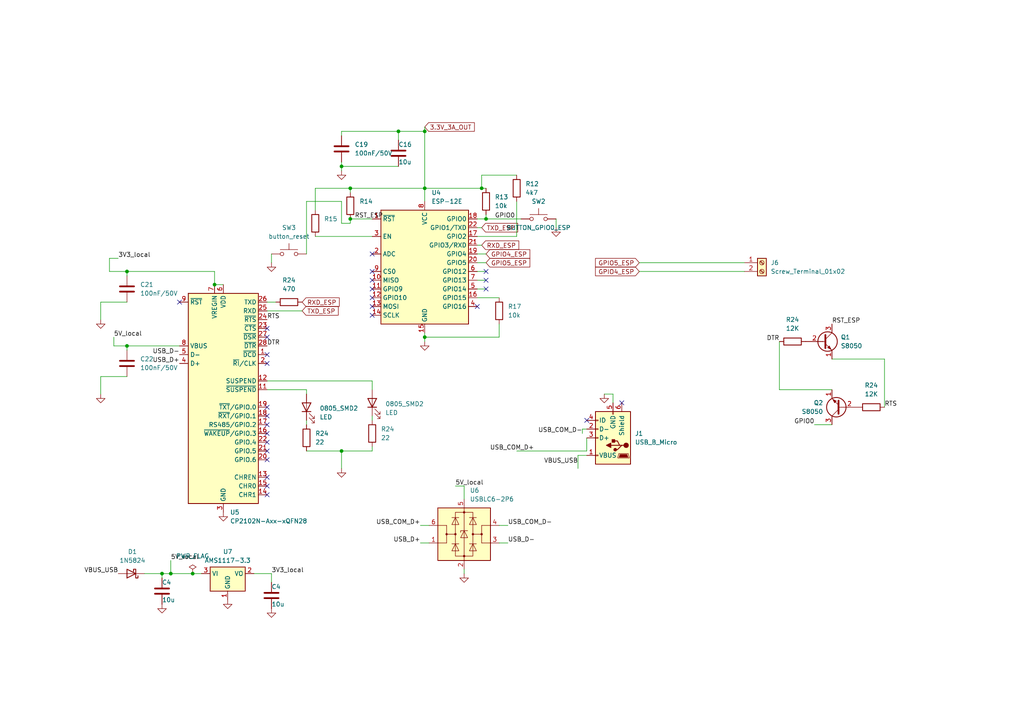
<source format=kicad_sch>
(kicad_sch (version 20230121) (generator eeschema)
  (paper "A4")
  (lib_symbols
    (symbol "Connector:Screw_Terminal_01x02" (pin_names (offset 1.016) hide)
      (property "Reference" "J" (at 0 2.54 0))
      (property "Value" "Screw_Terminal_01x02" (at 0 -5.08 0))
      (symbol "Screw_Terminal_01x02_1_1"
        (rectangle (start -1.27 1.27) (end 1.27 -3.81) (stroke (width 0.254)) (fill (type background)))
        (circle (center 0 -2.54) (radius 0.635) (stroke (width 0.1524)))
        (polyline (pts (xy -0.5334 -2.2098) (xy 0.3302 -3.048)) (stroke (width 0.1524)))
        (polyline (pts (xy -0.5334 0.3302) (xy 0.3302 -0.508)) (stroke (width 0.1524)))
        (polyline (pts (xy -0.3556 -2.032) (xy 0.508 -2.8702)) (stroke (width 0.1524)))
        (polyline (pts (xy -0.3556 0.508) (xy 0.508 -0.3302)) (stroke (width 0.1524)))
        (circle (center 0 0) (radius 0.635) (stroke (width 0.1524)))
        (pin passive line (at -5.08 0 0) (length 3.81) (name "Pin_1") (number "1"))
        (pin passive line (at -5.08 -2.54 0) (length 3.81) (name "Pin_2") (number "2"))
      )
    )
    (symbol "Connector:USB_B_Micro" (pin_names (offset 1.016))
      (property "Reference" "J" (at -5.08 11.43 0))
      (property "Value" "USB_B_Micro" (at -5.08 8.89 0))
      (symbol "USB_B_Micro_0_1"
        (rectangle (start -5.08 -7.62) (end 5.08 7.62) (stroke (width 0.254)) (fill (type background)))
        (circle (center -3.81 2.159) (radius 0.635) (stroke (width 0.254)) (fill (type outline)))
        (circle (center -0.635 3.429) (radius 0.381) (stroke (width 0.254)) (fill (type outline)))
        (rectangle (start -0.127 -7.62) (end 0.127 -6.858))
        (polyline (pts (xy -1.905 2.159) (xy 0.635 2.159)) (stroke (width 0.254)))
        (polyline (pts (xy -3.175 2.159) (xy -2.54 2.159) (xy -1.27 3.429) (xy -0.635 3.429)) (stroke (width 0.254)))
        (polyline (pts (xy -2.54 2.159) (xy -1.905 2.159) (xy -1.27 0.889) (xy 0 0.889)) (stroke (width 0.254)))
        (polyline (pts (xy 0.635 2.794) (xy 0.635 1.524) (xy 1.905 2.159) (xy 0.635 2.794)) (stroke (width 0.254)) (fill (type outline)))
        (polyline (pts (xy -4.318 5.588) (xy -1.778 5.588) (xy -2.032 4.826) (xy -4.064 4.826) (xy -4.318 5.588)) (fill (type outline)))
        (polyline (pts (xy -4.699 5.842) (xy -4.699 5.588) (xy -4.445 4.826) (xy -4.445 4.572) (xy -1.651 4.572) (xy -1.651 4.826) (xy -1.397 5.588) (xy -1.397 5.842) (xy -4.699 5.842)))
        (rectangle (start 0.254 1.27) (end -0.508 0.508) (stroke (width 0.254)) (fill (type outline)))
        (rectangle (start 5.08 -5.207) (end 4.318 -4.953))
        (rectangle (start 5.08 -2.667) (end 4.318 -2.413))
        (rectangle (start 5.08 -0.127) (end 4.318 0.127))
        (rectangle (start 5.08 4.953) (end 4.318 5.207))
      )
      (symbol "USB_B_Micro_1_1"
        (pin power_out line (at 7.62 5.08 180) (length 2.54) (name "VBUS") (number "1"))
        (pin bidirectional line (at 7.62 -2.54 180) (length 2.54) (name "D-") (number "2"))
        (pin bidirectional line (at 7.62 0 180) (length 2.54) (name "D+") (number "3"))
        (pin passive line (at 7.62 -5.08 180) (length 2.54) (name "ID") (number "4"))
        (pin power_out line (at 0 -10.16 90) (length 2.54) (name "GND") (number "5"))
        (pin passive line (at -2.54 -10.16 90) (length 2.54) (name "Shield") (number "6"))
      )
    )
    (symbol "Device:C" (pin_numbers hide) (pin_names (offset 0.254))
      (property "Reference" "C" (at 0.635 2.54 0))
      (property "Value" "C" (at 0.635 -2.54 0))
      (symbol "C_0_1"
        (polyline (pts (xy -2.032 -0.762) (xy 2.032 -0.762)) (stroke (width 0.508)))
        (polyline (pts (xy -2.032 0.762) (xy 2.032 0.762)) (stroke (width 0.508)))
      )
      (symbol "C_1_1"
        (pin passive line (at 0 3.81 270) (length 2.794) (name "~") (number "1"))
        (pin passive line (at 0 -3.81 90) (length 2.794) (name "~") (number "2"))
      )
    )
    (symbol "Device:LED" (pin_numbers hide) (pin_names (offset 1.016) hide)
      (property "Reference" "D" (at 0 2.54 0))
      (property "Value" "LED" (at 0 -2.54 0))
      (symbol "LED_0_1"
        (polyline (pts (xy -1.27 -1.27) (xy -1.27 1.27)) (stroke (width 0.254)))
        (polyline (pts (xy -1.27 0) (xy 1.27 0)))
        (polyline (pts (xy 1.27 -1.27) (xy 1.27 1.27) (xy -1.27 0) (xy 1.27 -1.27)) (stroke (width 0.254)))
        (polyline (pts (xy -3.048 -0.762) (xy -4.572 -2.286) (xy -3.81 -2.286) (xy -4.572 -2.286) (xy -4.572 -1.524)))
        (polyline (pts (xy -1.778 -0.762) (xy -3.302 -2.286) (xy -2.54 -2.286) (xy -3.302 -2.286) (xy -3.302 -1.524)))
      )
      (symbol "LED_1_1"
        (pin passive line (at -3.81 0 0) (length 2.54) (name "K") (number "1"))
        (pin passive line (at 3.81 0 180) (length 2.54) (name "A") (number "2"))
      )
    )
    (symbol "Device:R" (pin_numbers hide) (pin_names (offset 0))
      (property "Reference" "R" (at 2.032 0 90))
      (property "Value" "R" (at 0 0 90))
      (symbol "R_0_1"
        (rectangle (start -1.016 -2.54) (end 1.016 2.54) (stroke (width 0.254)))
      )
      (symbol "R_1_1"
        (pin passive line (at 0 3.81 270) (length 1.27) (name "~") (number "1"))
        (pin passive line (at 0 -3.81 90) (length 1.27) (name "~") (number "2"))
      )
    )
    (symbol "Diode:1N5822" (pin_numbers hide) (pin_names (offset 1.016) hide)
      (property "Reference" "D" (at 0 2.54 0))
      (property "Value" "1N5822" (at 0 -2.54 0))
      (symbol "1N5822_0_1"
        (polyline (pts (xy 1.27 0) (xy -1.27 0)))
        (polyline (pts (xy 1.27 1.27) (xy 1.27 -1.27) (xy -1.27 0) (xy 1.27 1.27)) (stroke (width 0.254)))
        (polyline (pts (xy -1.905 0.635) (xy -1.905 1.27) (xy -1.27 1.27) (xy -1.27 -1.27) (xy -0.635 -1.27) (xy -0.635 -0.635)) (stroke (width 0.254)))
      )
      (symbol "1N5822_1_1"
        (pin passive line (at -3.81 0 0) (length 2.54) (name "K") (number "1"))
        (pin passive line (at 3.81 0 180) (length 2.54) (name "A") (number "2"))
      )
    )
    (symbol "Interface_USB:CP2102N-Axx-xQFN28"
      (property "Reference" "U" (at -8.89 31.75 0))
      (property "Value" "CP2102N-Axx-xQFN28" (at 12.7 31.75 0))
      (symbol "CP2102N-Axx-xQFN28_0_1"
        (rectangle (start -10.16 30.48) (end 10.16 -30.48) (stroke (width 0.254)) (fill (type background)))
      )
      (symbol "CP2102N-Axx-xQFN28_1_1"
        (pin input line (at 12.7 12.7 180) (length 2.54) (name "~{DCD}") (number "1"))
        (pin no_connect line (at -10.16 -27.94 0) (length 2.54) hide (name "NC") (number "10"))
        (pin output line (at 12.7 2.54 180) (length 2.54) (name "~{SUSPEND}") (number "11"))
        (pin output line (at 12.7 5.08 180) (length 2.54) (name "SUSPEND") (number "12"))
        (pin output line (at 12.7 -22.86 180) (length 2.54) (name "CHREN") (number "13"))
        (pin output line (at 12.7 -27.94 180) (length 2.54) (name "CHR1") (number "14"))
        (pin output line (at 12.7 -25.4 180) (length 2.54) (name "CHR0") (number "15"))
        (pin bidirectional line (at 12.7 -10.16 180) (length 2.54) (name "~{WAKEUP}/GPIO.3") (number "16"))
        (pin bidirectional line (at 12.7 -7.62 180) (length 2.54) (name "RS485/GPIO.2") (number "17"))
        (pin bidirectional line (at 12.7 -5.08 180) (length 2.54) (name "~{RXT}/GPIO.1") (number "18"))
        (pin bidirectional line (at 12.7 -2.54 180) (length 2.54) (name "~{TXT}/GPIO.0") (number "19"))
        (pin bidirectional line (at 12.7 10.16 180) (length 2.54) (name "~{RI}/CLK") (number "2"))
        (pin bidirectional line (at 12.7 -17.78 180) (length 2.54) (name "GPIO.6") (number "20"))
        (pin bidirectional line (at 12.7 -15.24 180) (length 2.54) (name "GPIO.5") (number "21"))
        (pin bidirectional line (at 12.7 -12.7 180) (length 2.54) (name "GPIO.4") (number "22"))
        (pin input line (at 12.7 20.32 180) (length 2.54) (name "~{CTS}") (number "23"))
        (pin output line (at 12.7 22.86 180) (length 2.54) (name "~{RTS}") (number "24"))
        (pin input line (at 12.7 25.4 180) (length 2.54) (name "RXD") (number "25"))
        (pin output line (at 12.7 27.94 180) (length 2.54) (name "TXD") (number "26"))
        (pin input line (at 12.7 17.78 180) (length 2.54) (name "~{DSR}") (number "27"))
        (pin output line (at 12.7 15.24 180) (length 2.54) (name "~{DTR}") (number "28"))
        (pin passive line (at 0 -33.02 90) (length 2.54) hide (name "GND") (number "29"))
        (pin power_in line (at 0 -33.02 90) (length 2.54) (name "GND") (number "3"))
        (pin bidirectional line (at -12.7 10.16 0) (length 2.54) (name "D+") (number "4"))
        (pin bidirectional line (at -12.7 12.7 0) (length 2.54) (name "D-") (number "5"))
        (pin power_in line (at 0 33.02 270) (length 2.54) (name "VDD") (number "6"))
        (pin power_in line (at -2.54 33.02 270) (length 2.54) (name "VREGIN") (number "7"))
        (pin input line (at -12.7 15.24 0) (length 2.54) (name "VBUS") (number "8"))
        (pin input line (at -12.7 27.94 0) (length 2.54) (name "~{RST}") (number "9"))
      )
    )
    (symbol "Power_Protection:USBLC6-2P6" (pin_names hide)
      (property "Reference" "U" (at 2.54 8.89 0))
      (property "Value" "USBLC6-2P6" (at 2.54 -8.89 0))
      (symbol "USBLC6-2P6_0_1"
        (rectangle (start -7.62 -7.62) (end 7.62 7.62) (stroke (width 0.254)) (fill (type background)))
        (circle (center -5.08 0) (radius 0.254) (fill (type outline)))
        (circle (center -2.54 0) (radius 0.254) (fill (type outline)))
        (rectangle (start -2.54 6.35) (end 2.54 -6.35))
        (circle (center 0 -6.35) (radius 0.254) (fill (type outline)))
        (polyline (pts (xy -5.08 -2.54) (xy -7.62 -2.54)))
        (polyline (pts (xy -5.08 0) (xy -5.08 -2.54)))
        (polyline (pts (xy -5.08 2.54) (xy -7.62 2.54)))
        (polyline (pts (xy -1.524 -2.794) (xy -3.556 -2.794)))
        (polyline (pts (xy -1.524 4.826) (xy -3.556 4.826)))
        (polyline (pts (xy 0 -7.62) (xy 0 -6.35)))
        (polyline (pts (xy 0 -6.35) (xy 0 1.27)))
        (polyline (pts (xy 0 1.27) (xy 0 6.35)))
        (polyline (pts (xy 0 6.35) (xy 0 7.62)))
        (polyline (pts (xy 1.524 -2.794) (xy 3.556 -2.794)))
        (polyline (pts (xy 1.524 4.826) (xy 3.556 4.826)))
        (polyline (pts (xy 5.08 -2.54) (xy 7.62 -2.54)))
        (polyline (pts (xy 5.08 0) (xy 5.08 -2.54)))
        (polyline (pts (xy 5.08 2.54) (xy 7.62 2.54)))
        (polyline (pts (xy -2.54 0) (xy -5.08 0) (xy -5.08 2.54)))
        (polyline (pts (xy 2.54 0) (xy 5.08 0) (xy 5.08 2.54)))
        (polyline (pts (xy -3.556 -4.826) (xy -1.524 -4.826) (xy -2.54 -2.794) (xy -3.556 -4.826)))
        (polyline (pts (xy -3.556 2.794) (xy -1.524 2.794) (xy -2.54 4.826) (xy -3.556 2.794)))
        (polyline (pts (xy -1.016 -1.016) (xy 1.016 -1.016) (xy 0 1.016) (xy -1.016 -1.016)))
        (polyline (pts (xy 1.016 1.016) (xy 0.762 1.016) (xy -1.016 1.016) (xy -1.016 0.508)))
        (polyline (pts (xy 3.556 -4.826) (xy 1.524 -4.826) (xy 2.54 -2.794) (xy 3.556 -4.826)))
        (polyline (pts (xy 3.556 2.794) (xy 1.524 2.794) (xy 2.54 4.826) (xy 3.556 2.794)))
        (circle (center 0 6.35) (radius 0.254) (fill (type outline)))
        (circle (center 2.54 0) (radius 0.254) (fill (type outline)))
        (circle (center 5.08 0) (radius 0.254) (fill (type outline)))
      )
      (symbol "USBLC6-2P6_1_1"
        (pin passive line (at -10.16 -2.54 0) (length 2.54) (name "I/O1") (number "1"))
        (pin passive line (at 0 -10.16 90) (length 2.54) (name "GND") (number "2"))
        (pin passive line (at 10.16 -2.54 180) (length 2.54) (name "I/O2") (number "3"))
        (pin passive line (at 10.16 2.54 180) (length 2.54) (name "I/O2") (number "4"))
        (pin passive line (at 0 10.16 270) (length 2.54) (name "VBUS") (number "5"))
        (pin passive line (at -10.16 2.54 0) (length 2.54) (name "I/O1") (number "6"))
      )
    )
    (symbol "RF_Module:ESP-12F"
      (property "Reference" "U" (at -12.7 19.05 0))
      (property "Value" "ESP-12F" (at 12.7 19.05 0))
      (symbol "ESP-12F_0_1"
        (rectangle (start -12.7 17.78) (end 12.7 -15.24) (stroke (width 0.254)) (fill (type background)))
      )
      (symbol "ESP-12F_1_1"
        (pin input line (at -15.24 15.24 0) (length 2.54) (name "~{RST}") (number "1"))
        (pin bidirectional line (at -15.24 -2.54 0) (length 2.54) (name "MISO") (number "10"))
        (pin bidirectional line (at -15.24 -5.08 0) (length 2.54) (name "GPIO9") (number "11"))
        (pin bidirectional line (at -15.24 -7.62 0) (length 2.54) (name "GPIO10") (number "12"))
        (pin bidirectional line (at -15.24 -10.16 0) (length 2.54) (name "MOSI") (number "13"))
        (pin bidirectional line (at -15.24 -12.7 0) (length 2.54) (name "SCLK") (number "14"))
        (pin power_in line (at 0 -17.78 90) (length 2.54) (name "GND") (number "15"))
        (pin bidirectional line (at 15.24 -7.62 180) (length 2.54) (name "GPIO15") (number "16"))
        (pin bidirectional line (at 15.24 10.16 180) (length 2.54) (name "GPIO2") (number "17"))
        (pin bidirectional line (at 15.24 15.24 180) (length 2.54) (name "GPIO0") (number "18"))
        (pin bidirectional line (at 15.24 5.08 180) (length 2.54) (name "GPIO4") (number "19"))
        (pin input line (at -15.24 5.08 0) (length 2.54) (name "ADC") (number "2"))
        (pin bidirectional line (at 15.24 2.54 180) (length 2.54) (name "GPIO5") (number "20"))
        (pin bidirectional line (at 15.24 7.62 180) (length 2.54) (name "GPIO3/RXD") (number "21"))
        (pin bidirectional line (at 15.24 12.7 180) (length 2.54) (name "GPIO1/TXD") (number "22"))
        (pin input line (at -15.24 10.16 0) (length 2.54) (name "EN") (number "3"))
        (pin bidirectional line (at 15.24 -10.16 180) (length 2.54) (name "GPIO16") (number "4"))
        (pin bidirectional line (at 15.24 -5.08 180) (length 2.54) (name "GPIO14") (number "5"))
        (pin bidirectional line (at 15.24 0 180) (length 2.54) (name "GPIO12") (number "6"))
        (pin bidirectional line (at 15.24 -2.54 180) (length 2.54) (name "GPIO13") (number "7"))
        (pin power_in line (at 0 20.32 270) (length 2.54) (name "VCC") (number "8"))
        (pin input line (at -15.24 0 0) (length 2.54) (name "CS0") (number "9"))
      )
    )
    (symbol "Regulator_Linear:AMS1117-3.3"
      (property "Reference" "U" (at -3.81 3.175 0))
      (property "Value" "AMS1117-3.3" (at 0 3.175 0))
      (symbol "AMS1117-3.3_0_1"
        (rectangle (start -5.08 -5.08) (end 5.08 1.905) (stroke (width 0.254)) (fill (type background)))
      )
      (symbol "AMS1117-3.3_1_1"
        (pin power_in line (at 0 -7.62 90) (length 2.54) (name "GND") (number "1"))
        (pin power_out line (at 7.62 0 180) (length 2.54) (name "VO") (number "2"))
        (pin power_in line (at -7.62 0 0) (length 2.54) (name "VI") (number "3"))
      )
    )
    (symbol "Switch:SW_Push" (pin_numbers hide) (pin_names (offset 1.016) hide)
      (property "Reference" "SW" (at 1.27 2.54 0))
      (property "Value" "SW_Push" (at 0 -1.524 0))
      (symbol "SW_Push_0_1"
        (circle (center -2.032 0) (radius 0.508))
        (polyline (pts (xy 0 1.27) (xy 0 3.048)))
        (polyline (pts (xy 2.54 1.27) (xy -2.54 1.27)))
        (circle (center 2.032 0) (radius 0.508))
        (pin passive line (at -5.08 0 0) (length 2.54) (name "1") (number "1"))
        (pin passive line (at 5.08 0 180) (length 2.54) (name "2") (number "2"))
      )
    )
    (symbol "Transistor_BJT:S8050" (pin_names (offset 0) hide)
      (property "Reference" "Q" (at 5.08 1.905 0))
      (property "Value" "S8050" (at 5.08 0 0))
      (symbol "S8050_0_1"
        (polyline (pts (xy 0 0) (xy 0.635 0)))
        (polyline (pts (xy 0.635 0.635) (xy 2.54 2.54)))
        (polyline (pts (xy 0.635 -0.635) (xy 2.54 -2.54) (xy 2.54 -2.54)))
        (polyline (pts (xy 0.635 1.905) (xy 0.635 -1.905) (xy 0.635 -1.905)) (stroke (width 0.508)))
        (polyline (pts (xy 1.27 -1.778) (xy 1.778 -1.27) (xy 2.286 -2.286) (xy 1.27 -1.778) (xy 1.27 -1.778)) (fill (type outline)))
        (circle (center 1.27 0) (radius 2.8194) (stroke (width 0.254)))
      )
      (symbol "S8050_1_1"
        (pin passive line (at 2.54 -5.08 90) (length 2.54) (name "E") (number "1"))
        (pin input line (at -5.08 0 0) (length 5.08) (name "B") (number "2"))
        (pin passive line (at 2.54 5.08 270) (length 2.54) (name "C") (number "3"))
      )
    )
    (symbol "power:GND" (power) (pin_names (offset 0))
      (property "Value" "GND" (at 0 -3.81 0))
      (symbol "GND_0_1"
        (polyline (pts (xy 0 0) (xy 0 -1.27) (xy 1.27 -1.27) (xy 0 -2.54) (xy -1.27 -1.27) (xy 0 -1.27)))
      )
      (symbol "GND_1_1"
        (pin power_in line (at 0 0 270) (length 0) hide (name "GND") (number "1"))
      )
    )
    (symbol "power:PWR_FLAG" (power) (pin_numbers hide) (pin_names (offset 0) hide)
      (property "Value" "PWR_FLAG" (at 0 3.81 0))
      (symbol "PWR_FLAG_0_0"
        (pin power_out line (at 0 0 90) (length 0) (name "pwr") (number "1"))
      )
      (symbol "PWR_FLAG_0_1"
        (polyline (pts (xy 0 0) (xy 0 1.27) (xy -1.016 1.905) (xy 0 2.54) (xy 1.016 1.905) (xy 0 1.27)))
      )
    )
  )
  (junction (at 101.6 63.5))
  (junction (at 115.57 38.1))
  (junction (at 123.19 97.79))
  (junction (at 123.19 38.1))
  (junction (at 46.99 166.37))
  (junction (at 99.06 48.26))
  (junction (at 140.97 63.5))
  (junction (at 101.6 54.61))
  (junction (at 36.83 100.33))
  (junction (at 55.88 166.37))
  (junction (at 139.7 54.61))
  (junction (at 62.23 82.55))
  (junction (at 99.06 130.81))
  (junction (at 36.83 78.74))
  (junction (at 123.19 54.61))
  (junction (at 49.53 166.37))
  (no_connect (at 77.47 97.79))
  (no_connect (at 77.47 95.25))
  (no_connect (at 107.95 91.44))
  (no_connect (at 140.97 81.28))
  (no_connect (at 107.95 81.28))
  (no_connect (at 52.07 87.63))
  (no_connect (at 77.47 128.27))
  (no_connect (at 107.95 86.36))
  (no_connect (at 77.47 105.41))
  (no_connect (at 77.47 138.43))
  (no_connect (at 77.47 120.65))
  (no_connect (at 107.95 78.74))
  (no_connect (at 77.47 123.19))
  (no_connect (at 170.18 121.92))
  (no_connect (at 77.47 118.11))
  (no_connect (at 77.47 143.51))
  (no_connect (at 107.95 88.9))
  (no_connect (at 107.95 73.66))
  (no_connect (at 140.97 83.82))
  (no_connect (at 77.47 140.97))
  (no_connect (at 77.47 125.73))
  (no_connect (at 140.97 78.74))
  (no_connect (at 138.43 88.9))
  (no_connect (at 180.34 116.84))
  (no_connect (at 77.47 130.81))
  (no_connect (at 107.95 83.82))
  (no_connect (at 77.47 102.87))
  (no_connect (at 77.47 133.35))
  (wire (pts (xy 123.19 36.83) (xy 123.19 38.1)))
  (wire (pts (xy 170.18 130.81) (xy 170.18 127)))
  (wire (pts (xy 140.97 63.5) (xy 140.97 62.23)))
  (wire (pts (xy 123.19 54.61) (xy 123.19 58.42)))
  (wire (pts (xy 138.43 83.82) (xy 140.97 83.82)))
  (wire (pts (xy 123.19 97.79) (xy 123.19 99.06)))
  (wire (pts (xy 62.23 82.55) (xy 64.77 82.55)))
  (wire (pts (xy 99.06 130.81) (xy 107.95 130.81)))
  (wire (pts (xy 138.43 63.5) (xy 140.97 63.5)))
  (wire (pts (xy 138.43 71.12) (xy 139.7 71.12)))
  (wire (pts (xy 99.06 48.26) (xy 99.06 49.53)))
  (wire (pts (xy 161.29 63.5) (xy 161.29 66.04)))
  (wire (pts (xy 167.64 132.08) (xy 170.18 132.08)))
  (wire (pts (xy 91.44 68.58) (xy 107.95 68.58)))
  (wire (pts (xy 29.21 87.63) (xy 36.83 87.63)))
  (wire (pts (xy 185.42 78.74) (xy 215.9 78.74)))
  (wire (pts (xy 123.19 96.52) (xy 123.19 97.79)))
  (wire (pts (xy 107.95 110.49) (xy 107.95 113.03)))
  (wire (pts (xy 149.86 130.81) (xy 170.18 130.81)))
  (wire (pts (xy 55.88 166.37) (xy 58.42 166.37)))
  (wire (pts (xy 121.92 157.48) (xy 124.46 157.48)))
  (wire (pts (xy 49.53 162.56) (xy 49.53 166.37)))
  (wire (pts (xy 88.9 113.03) (xy 77.47 113.03)))
  (wire (pts (xy 138.43 78.74) (xy 140.97 78.74)))
  (wire (pts (xy 134.62 140.97) (xy 134.62 144.78)))
  (wire (pts (xy 241.3 104.14) (xy 256.54 104.14)))
  (wire (pts (xy 91.44 60.96) (xy 91.44 54.61)))
  (wire (pts (xy 107.95 110.49) (xy 77.47 110.49)))
  (wire (pts (xy 138.43 68.58) (xy 149.86 68.58)))
  (wire (pts (xy 139.7 54.61) (xy 123.19 54.61)))
  (wire (pts (xy 132.08 140.97) (xy 134.62 140.97)))
  (wire (pts (xy 34.29 74.93) (xy 31.75 74.93)))
  (wire (pts (xy 101.6 54.61) (xy 123.19 54.61)))
  (wire (pts (xy 88.9 114.3) (xy 88.9 113.03)))
  (wire (pts (xy 41.91 166.37) (xy 46.99 166.37)))
  (wire (pts (xy 31.75 74.93) (xy 31.75 78.74)))
  (wire (pts (xy 168.91 124.46) (xy 170.18 124.46)))
  (wire (pts (xy 115.57 38.1) (xy 123.19 38.1)))
  (wire (pts (xy 140.97 54.61) (xy 139.7 54.61)))
  (wire (pts (xy 115.57 38.1) (xy 115.57 40.64)))
  (wire (pts (xy 101.6 64.77) (xy 99.06 64.77)))
  (wire (pts (xy 88.9 58.42) (xy 88.9 73.66)))
  (wire (pts (xy 134.62 165.1) (xy 134.62 166.37)))
  (wire (pts (xy 123.19 38.1) (xy 123.19 54.61)))
  (wire (pts (xy 107.95 130.81) (xy 107.95 129.54)))
  (wire (pts (xy 177.8 114.3) (xy 175.26 114.3)))
  (wire (pts (xy 256.54 104.14) (xy 256.54 118.11)))
  (wire (pts (xy 62.23 78.74) (xy 62.23 82.55)))
  (wire (pts (xy 138.43 86.36) (xy 144.78 86.36)))
  (wire (pts (xy 99.06 135.89) (xy 99.06 130.81)))
  (wire (pts (xy 140.97 63.5) (xy 151.13 63.5)))
  (wire (pts (xy 241.3 113.03) (xy 226.06 113.03)))
  (wire (pts (xy 101.6 63.5) (xy 101.6 64.77)))
  (wire (pts (xy 149.86 50.8) (xy 139.7 50.8)))
  (wire (pts (xy 101.6 63.5) (xy 107.95 63.5)))
  (wire (pts (xy 138.43 76.2) (xy 140.97 76.2)))
  (wire (pts (xy 29.21 92.71) (xy 29.21 87.63)))
  (wire (pts (xy 36.83 100.33) (xy 52.07 100.33)))
  (wire (pts (xy 144.78 97.79) (xy 123.19 97.79)))
  (wire (pts (xy 226.06 113.03) (xy 226.06 99.06)))
  (wire (pts (xy 29.21 114.3) (xy 29.21 109.22)))
  (wire (pts (xy 33.02 100.33) (xy 36.83 100.33)))
  (wire (pts (xy 99.06 38.1) (xy 115.57 38.1)))
  (wire (pts (xy 177.8 116.84) (xy 177.8 114.3)))
  (wire (pts (xy 144.78 152.4) (xy 147.32 152.4)))
  (wire (pts (xy 101.6 55.88) (xy 101.6 54.61)))
  (wire (pts (xy 168.91 125.73) (xy 168.91 124.46)))
  (wire (pts (xy 99.06 46.99) (xy 99.06 48.26)))
  (wire (pts (xy 88.9 121.92) (xy 88.9 123.19)))
  (wire (pts (xy 78.74 166.37) (xy 78.74 168.91)))
  (wire (pts (xy 33.02 97.79) (xy 33.02 100.33)))
  (wire (pts (xy 78.74 73.66) (xy 78.74 76.2)))
  (wire (pts (xy 144.78 93.98) (xy 144.78 97.79)))
  (wire (pts (xy 91.44 54.61) (xy 101.6 54.61)))
  (wire (pts (xy 121.92 152.4) (xy 124.46 152.4)))
  (wire (pts (xy 36.83 78.74) (xy 62.23 78.74)))
  (wire (pts (xy 46.99 166.37) (xy 46.99 167.64)))
  (wire (pts (xy 107.95 120.65) (xy 107.95 121.92)))
  (wire (pts (xy 99.06 39.37) (xy 99.06 38.1)))
  (wire (pts (xy 49.53 166.37) (xy 55.88 166.37)))
  (wire (pts (xy 139.7 50.8) (xy 139.7 54.61)))
  (wire (pts (xy 77.47 87.63) (xy 80.01 87.63)))
  (wire (pts (xy 138.43 81.28) (xy 140.97 81.28)))
  (wire (pts (xy 99.06 64.77) (xy 99.06 58.42)))
  (wire (pts (xy 138.43 73.66) (xy 140.97 73.66)))
  (wire (pts (xy 31.75 78.74) (xy 36.83 78.74)))
  (wire (pts (xy 236.22 123.19) (xy 241.3 123.19)))
  (wire (pts (xy 49.53 166.37) (xy 46.99 166.37)))
  (wire (pts (xy 77.47 90.17) (xy 87.63 90.17)))
  (wire (pts (xy 99.06 58.42) (xy 88.9 58.42)))
  (wire (pts (xy 144.78 157.48) (xy 147.32 157.48)))
  (wire (pts (xy 73.66 166.37) (xy 78.74 166.37)))
  (wire (pts (xy 149.86 68.58) (xy 149.86 58.42)))
  (wire (pts (xy 99.06 48.26) (xy 115.57 48.26)))
  (wire (pts (xy 138.43 66.04) (xy 139.7 66.04)))
  (wire (pts (xy 88.9 130.81) (xy 99.06 130.81)))
  (wire (pts (xy 36.83 100.33) (xy 36.83 101.6)))
  (wire (pts (xy 167.64 132.08) (xy 167.64 135.89)))
  (wire (pts (xy 36.83 78.74) (xy 36.83 80.01)))
  (wire (pts (xy 185.42 76.2) (xy 215.9 76.2)))
  (wire (pts (xy 29.21 109.22) (xy 36.83 109.22)))
  (label "5V_local" (at 33.02 97.79 0))
  (label "DTR" (at 226.06 99.06 180))
  (label "VBUS_USB" (at 34.29 166.37 180))
  (label "USB_D-" (at 147.32 157.48 0))
  (label "USB_D-" (at 52.07 102.87 180))
  (label "USB_D+" (at 52.07 105.41 180))
  (label "5V_local" (at 132.08 140.97 0))
  (label "GPIO0" (at 236.22 123.19 180))
  (label "5V_local" (at 49.53 162.56 0))
  (label "DTR" (at 77.47 100.33 0))
  (label "USB_COM_D+" (at 154.94 130.81 180))
  (label "RST_ESP" (at 241.3 93.98 0))
  (label "3V3_local" (at 78.74 166.37 0))
  (label "USB_COM_D-" (at 168.91 125.73 180))
  (label "VBUS_USB" (at 167.64 134.62 180))
  (label "RTS" (at 256.54 118.11 0))
  (label "RTS" (at 77.47 92.71 0))
  (label "USB_D+" (at 121.92 157.48 180))
  (label "3V3_local" (at 34.29 74.93 0))
  (label "USB_COM_D-" (at 147.32 152.4 0))
  (label "RST_ESP" (at 102.87 63.5 0))
  (label "GPIO0" (at 143.51 63.5 0))
  (label "USB_COM_D+" (at 121.92 152.4 180))
  (global_label "RXD_ESP" (shape input) (at 139.7 71.12 0) (property "Intersheetrefs" "${INTERSHEET_REFS}" (effects hide)))
  (global_label "GPIO4_ESP" (shape input) (at 140.97 73.66 0) (property "Intersheetrefs" "${INTERSHEET_REFS}" (effects hide)))
  (global_label "3.3V_3A_OUT" (shape input) (at 123.19 36.83 0) (property "Intersheetrefs" "${INTERSHEET_REFS}" (effects hide)))
  (global_label "RXD_ESP" (shape input) (at 87.63 87.63 0) (property "Intersheetrefs" "${INTERSHEET_REFS}" (effects hide)))
  (global_label "TXD_ESP" (shape input) (at 139.7 66.04 0) (property "Intersheetrefs" "${INTERSHEET_REFS}" (effects hide)))
  (global_label "GPIO5_ESP" (shape input) (at 185.42 76.2 180) (property "Intersheetrefs" "${INTERSHEET_REFS}" (effects hide)))
  (global_label "GPIO4_ESP" (shape input) (at 185.42 78.74 180) (property "Intersheetrefs" "${INTERSHEET_REFS}" (effects hide)))
  (global_label "TXD_ESP" (shape input) (at 87.63 90.17 0) (property "Intersheetrefs" "${INTERSHEET_REFS}" (effects hide)))
  (global_label "GPIO5_ESP" (shape input) (at 140.97 76.2 0) (property "Intersheetrefs" "${INTERSHEET_REFS}" (effects hide)))
  (symbol (lib_id "Device:R") (at 144.78 90.17 0) (unit 1)
    (property "Reference" "R17" (at 147.32 88.9 0) (effects (justify left)))
    (property "Value" "10k" (at 147.32 91.44 0) (effects (justify left)))
    (property "Footprint" "Resistor_SMD:R_0805_2012Metric_Pad1.20x1.40mm_HandSolder" (effects hide))
  )
  (symbol (lib_id "Device:R") (at 140.97 58.42 0) (unit 1)
    (property "Reference" "R13" (at 143.51 57.15 0) (effects (justify left)))
    (property "Value" "10k" (at 143.51 59.69 0) (effects (justify left)))
    (property "Footprint" "Resistor_SMD:R_0805_2012Metric_Pad1.20x1.40mm_HandSolder" (effects hide))
  )
  (symbol (lib_id "Device:C") (at 46.99 171.45 0) (unit 1)
    (property "Reference" "C4" (at 46.99 168.91 0) (effects (justify left)))
    (property "Value" "10u" (at 46.99 173.99 0) (effects (justify left)))
    (property "Footprint" "Capacitor_SMD:C_0805_2012Metric_Pad1.18x1.45mm_HandSolder" (effects hide))
    (instances (project "Main_board" (path "" (reference "C4") (unit 1)) (path "" (reference "C23") (unit 1))))
  )
  (symbol (lib_id "power:PWR_FLAG") (at 55.88 166.37 0) (unit 1)
    (property "Reference" "#FLG03" (effects hide))
    (property "Value" "PWR_FLAG" (at 55.88 161.29 0))
    (instances (project "Main_board" (path "" (reference "#FLG03") (unit 1)) (path "" (reference "#FLG04") (unit 1))))
  )
  (symbol (lib_id "Interface_USB:CP2102N-Axx-xQFN28") (at 64.77 115.57 0) (unit 1)
    (property "Reference" "U5" (at 66.7259 148.59 0) (effects (justify left)))
    (property "Value" "CP2102N-Axx-xQFN28" (at 66.7259 151.13 0) (effects (justify left)))
    (property "Footprint" "Package_DFN_QFN:QFN-28-1EP_5x5mm_P0.5mm_EP3.35x3.35mm" (effects hide))
    (property "Datasheet" "https://www.silabs.com/documents/public/data-sheets/cp2102n-datasheet.pdf" (effects hide))
  )
  (symbol (lib_id "Transistor_BJT:S8050") (at 243.84 118.11 180) (unit 1)
    (property "Reference" "Q2" (at 238.76 116.84 0) (effects (justify left)))
    (property "Value" "S8050" (at 238.76 119.38 0) (effects (justify left)))
    (property "Footprint" "Package_TO_SOT_THT:TO-92_Inline" (effects hide))
    (property "Datasheet" "http://www.unisonic.com.tw/datasheet/S8050.pdf" (effects hide))
  )
  (symbol (lib_id "Device:C") (at 78.74 172.72 0) (unit 1)
    (property "Reference" "C4" (at 78.74 170.18 0) (effects (justify left)))
    (property "Value" "10u" (at 78.74 175.26 0) (effects (justify left)))
    (property "Footprint" "Capacitor_SMD:C_0805_2012Metric_Pad1.18x1.45mm_HandSolder" (effects hide))
    (instances (project "Main_board" (path "" (reference "C4") (unit 1)) (path "" (reference "C24") (unit 1))))
  )
  (symbol (lib_id "Diode:1N5822") (at 38.1 166.37 180) (unit 1)
    (property "Reference" "D1" (at 38.4175 160.02 0))
    (property "Value" "1N5824" (at 38.4175 162.56 0))
    (property "Footprint" "Diode_SMD:D_SMB_Handsoldering" (effects hide))
    (property "Datasheet" "http://www.vishay.com/docs/88526/1n5820.pdf" (effects hide))
    (instances (project "Main_board" (path "" (reference "D1") (unit 1)) (path "" (reference "D2") (unit 1)) (path "" (reference "D3") (unit 1))))
  )
  (symbol (lib_id "Device:C") (at 99.06 43.18 0) (unit 1)
    (property "Reference" "C19" (at 102.87 41.91 0) (effects (justify left)))
    (property "Value" "100nF/50V" (at 102.87 44.45 0) (effects (justify left)))
    (property "Footprint" "Capacitor_SMD:C_0805_2012Metric_Pad1.18x1.45mm_HandSolder" (effects hide))
    (property "port number" "H" (effects hide))
  )
  (symbol (lib_id "Power_Protection:USBLC6-2P6") (at 134.62 154.94 0) (unit 1)
    (property "Reference" "U6" (at 136.2711 142.24 0) (effects (justify left)))
    (property "Value" "USBLC6-2P6" (at 136.2711 144.78 0) (effects (justify left)))
    (property "Footprint" "Package_TO_SOT_SMD:SOT-666" (effects hide))
    (property "Datasheet" "https://www.st.com/resource/en/datasheet/usblc6-2.pdf" (effects hide))
  )
  (symbol (lib_id "power:GND") (at 78.74 76.2 0) (unit 1)
    (property "Reference" "#PWR011" (effects hide))
    (property "Value" "GND" (effects hide))
    (instances (project "Main_board" (path "" (reference "#PWR011") (unit 1)) (path "" (reference "#PWR024") (unit 1))))
  )
  (symbol (lib_id "Device:R") (at 91.44 64.77 0) (unit 1)
    (property "Reference" "R15" (at 93.98 63.5 0) (effects (justify left)))
    (property "Value" "10k" (effects hide))
    (property "Footprint" "Resistor_SMD:R_0805_2012Metric_Pad1.20x1.40mm_HandSolder" (effects hide))
  )
  (symbol (lib_id "Device:C") (at 115.57 44.45 0) (unit 1)
    (property "Reference" "C16" (at 115.57 41.91 0) (effects (justify left)))
    (property "Value" "10u" (at 115.57 46.99 0) (effects (justify left)))
    (property "Footprint" "Capacitor_SMD:C_0805_2012Metric_Pad1.18x1.45mm_HandSolder" (effects hide))
    (instances (project "Main_board" (path "" (reference "C16") (unit 1)) (path "" (reference "C20") (unit 1))))
  )
  (symbol (lib_id "power:GND") (at 29.21 114.3 0) (unit 1)
    (property "Reference" "#PWR011" (effects hide))
    (property "Value" "GND" (effects hide))
    (instances (project "Main_board" (path "" (reference "#PWR011") (unit 1)) (path "" (reference "#PWR027") (unit 1))))
  )
  (symbol (lib_id "power:GND") (at 161.29 66.04 0) (unit 1)
    (property "Reference" "#PWR011" (effects hide))
    (property "Value" "GND" (effects hide))
    (instances (project "Main_board" (path "" (reference "#PWR011") (unit 1)) (path "" (reference "#PWR023") (unit 1))))
  )
  (symbol (lib_id "power:GND") (at 134.62 166.37 0) (unit 1)
    (property "Reference" "#PWR013" (effects hide))
    (property "Value" "GND" (effects hide))
    (instances (project "Main_board" (path "" (reference "#PWR013") (unit 1)) (path "" (reference "#PWR031") (unit 1))))
  )
  (symbol (lib_id "Transistor_BJT:S8050") (at 238.76 99.06 0) (unit 1)
    (property "Reference" "Q1" (at 243.84 97.79 0) (effects (justify left)))
    (property "Value" "S8050" (at 243.84 100.33 0) (effects (justify left)))
    (property "Footprint" "Package_TO_SOT_THT:TO-92_Inline" (effects hide))
    (property "Datasheet" "http://www.unisonic.com.tw/datasheet/S8050.pdf" (effects hide))
  )
  (symbol (lib_id "power:GND") (at 99.06 135.89 0) (unit 1)
    (property "Reference" "#PWR011" (effects hide))
    (property "Value" "GND" (effects hide))
    (instances (project "Main_board" (path "" (reference "#PWR011") (unit 1)) (path "" (reference "#PWR029") (unit 1))))
  )
  (symbol (lib_id "Device:R") (at 107.95 125.73 0) (unit 1)
    (property "Reference" "R24" (at 110.49 124.46 0) (effects (justify left)))
    (property "Value" "22" (at 110.49 127 0) (effects (justify left)))
    (property "Footprint" "Resistor_SMD:R_0805_2012Metric_Pad1.20x1.40mm_HandSolder" (effects hide))
    (instances (project "Main_board" (path "" (reference "R24") (unit 1)) (path "" (reference "R20") (unit 1))))
  )
  (symbol (lib_id "power:GND") (at 46.99 175.26 0) (unit 1)
    (property "Reference" "#PWR011" (effects hide))
    (property "Value" "GND" (effects hide))
    (instances (project "Main_board" (path "" (reference "#PWR011") (unit 1)) (path "" (reference "#PWR033") (unit 1))))
  )
  (symbol (lib_id "power:GND") (at 99.06 49.53 0) (unit 1)
    (property "Reference" "#PWR010" (effects hide))
    (property "Value" "GND" (effects hide))
    (instances (project "Main_board" (path "" (reference "#PWR010") (unit 1)) (path "" (reference "#PWR022") (unit 1))))
  )
  (symbol (lib_id "RF_Module:ESP-12F") (at 123.19 78.74 0) (unit 1)
    (property "Reference" "U4" (at 125.1459 55.88 0) (effects (justify left)))
    (property "Value" "ESP-12E" (at 125.1459 58.42 0) (effects (justify left)))
    (property "Footprint" "RF_Module:ESP-12E" (effects hide))
    (property "Datasheet" "http://wiki.ai-thinker.com/_media/esp8266/esp8266_series_modules_user_manual_v1.1.pdf" (effects hide))
  )
  (symbol (lib_id "power:GND") (at 64.77 148.59 0) (unit 1)
    (property "Reference" "#PWR011" (effects hide))
    (property "Value" "GND" (effects hide))
    (instances (project "Main_board" (path "" (reference "#PWR011") (unit 1)) (path "" (reference "#PWR030") (unit 1))))
  )
  (symbol (lib_id "Device:C") (at 36.83 83.82 0) (unit 1)
    (property "Reference" "C21" (at 40.64 82.55 0) (effects (justify left)))
    (property "Value" "100nF/50V" (at 40.64 85.09 0) (effects (justify left)))
    (property "Footprint" "Capacitor_SMD:C_0805_2012Metric_Pad1.18x1.45mm_HandSolder" (effects hide))
    (property "port number" "H" (effects hide))
  )
  (symbol (lib_id "Switch:SW_Push") (at 83.82 73.66 0) (unit 1)
    (property "Reference" "SW3" (at 83.82 66.04 0))
    (property "Value" "button_reset" (at 83.82 68.58 0))
    (property "Footprint" "Button_Switch_SMD:SW_SPST_CK_RS282G05A3" (effects hide))
  )
  (symbol (lib_id "power:GND") (at 66.04 173.99 0) (unit 1)
    (property "Reference" "#PWR011" (effects hide))
    (property "Value" "GND" (effects hide))
    (instances (project "Main_board" (path "" (reference "#PWR011") (unit 1)) (path "" (reference "#PWR032") (unit 1))))
  )
  (symbol (lib_id "Switch:SW_Push") (at 156.21 63.5 0) (unit 1)
    (property "Reference" "SW2" (at 156.21 58.42 0))
    (property "Value" "BUTTON_GPIO0_ESP" (at 156.21 66.04 0))
    (property "Footprint" "Button_Switch_SMD:SW_SPST_CK_RS282G05A3" (effects hide))
  )
  (symbol (lib_id "Regulator_Linear:AMS1117-3.3") (at 66.04 166.37 0) (unit 1)
    (property "Reference" "U7" (at 66.04 160.02 0))
    (property "Value" "AMS1117-3.3" (at 66.04 162.56 0))
    (property "Footprint" "Package_TO_SOT_SMD:SOT-223-3_TabPin2" (effects hide))
    (property "Datasheet" "http://www.advanced-monolithic.com/pdf/ds1117.pdf" (effects hide))
  )
  (symbol (lib_id "power:GND") (at 29.21 92.71 0) (unit 1)
    (property "Reference" "#PWR011" (effects hide))
    (property "Value" "GND" (effects hide))
    (instances (project "Main_board" (path "" (reference "#PWR011") (unit 1)) (path "" (reference "#PWR025") (unit 1))))
  )
  (symbol (lib_id "power:GND") (at 175.26 114.3 0) (unit 1)
    (property "Reference" "#PWR012" (effects hide))
    (property "Value" "GND" (effects hide))
    (instances (project "Main_board" (path "" (reference "#PWR012") (unit 1)) (path "" (reference "#PWR028") (unit 1))))
  )
  (symbol (lib_id "Device:R") (at 83.82 87.63 270) (unit 1)
    (property "Reference" "R24" (at 83.82 81.28 90))
    (property "Value" "470" (at 83.82 83.82 90))
    (property "Footprint" "Resistor_SMD:R_0603_1608Metric_Pad0.98x0.95mm_HandSolder" (effects hide))
    (instances (project "Main_board" (path "" (reference "R24") (unit 1)) (path "" (reference "R16") (unit 1))))
  )
  (symbol (lib_id "Device:LED") (at 88.9 118.11 90) (unit 1)
    (property "Reference" "0805_SMD2" (at 92.71 118.4275 90) (effects (justify right)))
    (property "Value" "LED" (at 92.71 120.9675 90) (effects (justify right)))
    (property "Footprint" "Diode_SMD:D_0805_2012Metric_Pad1.15x1.40mm_HandSolder" (effects hide))
    (instances (project "Main_board" (path "" (reference "0805_SMD2") (unit 1)) (path "" (reference "LED3") (unit 1))))
  )
  (symbol (lib_id "power:GND") (at 78.74 176.53 0) (unit 1)
    (property "Reference" "#PWR011" (effects hide))
    (property "Value" "GND" (effects hide))
    (instances (project "Main_board" (path "" (reference "#PWR011") (unit 1)) (path "" (reference "#PWR034") (unit 1))))
  )
  (symbol (lib_id "Connector:USB_B_Micro") (at 177.8 127 180) (unit 1)
    (property "Reference" "J1" (at 184.15 125.73 0) (effects (justify right)))
    (property "Value" "USB_B_Micro" (at 184.15 128.27 0) (effects (justify right)))
    (property "Footprint" "Connector_USB:USB_Micro-B_Wuerth_629105150521_CircularHoles" (effects hide))
    (instances (project "Main_board" (path "" (reference "J1") (unit 1)) (path "" (reference "J12") (unit 1))))
  )
  (symbol (lib_id "Device:C") (at 36.83 105.41 0) (unit 1)
    (property "Reference" "C22" (at 40.64 104.14 0) (effects (justify left)))
    (property "Value" "100nF/50V" (at 40.64 106.68 0) (effects (justify left)))
    (property "Footprint" "Capacitor_SMD:C_0402_1005Metric_Pad0.74x0.62mm_HandSolder" (effects hide))
    (property "port number" "H" (effects hide))
  )
  (symbol (lib_id "power:GND") (at 123.19 99.06 0) (unit 1)
    (property "Reference" "#PWR011" (effects hide))
    (property "Value" "GND" (effects hide))
    (instances (project "Main_board" (path "" (reference "#PWR011") (unit 1)) (path "" (reference "#PWR026") (unit 1))))
  )
  (symbol (lib_id "Connector:Screw_Terminal_01x02") (at 220.98 76.2 0) (unit 1)
    (property "Reference" "J6" (at 223.52 76.2 0) (effects (justify left)))
    (property "Value" "Screw_Terminal_01x02" (at 223.52 78.74 0) (effects (justify left)))
    (property "Footprint" "Connector_PinHeader_2.54mm:PinHeader_1x02_P2.54mm_Vertical" (effects hide))
    (instances (project "Main_board" (path "" (reference "J6") (unit 1)) (path "" (reference "J11") (unit 1))))
  )
  (symbol (lib_id "Device:R") (at 101.6 59.69 0) (unit 1)
    (property "Reference" "R14" (at 104.2374 58.42 0) (effects (justify left)))
    (property "Value" "10k" (effects hide))
    (property "Footprint" "Resistor_SMD:R_0805_2012Metric_Pad1.20x1.40mm_HandSolder" (effects hide))
  )
  (symbol (lib_id "Device:R") (at 229.87 99.06 270) (unit 1)
    (property "Reference" "R24" (at 229.87 92.71 90))
    (property "Value" "12K" (at 229.87 95.25 90))
    (property "Footprint" "Resistor_SMD:R_0805_2012Metric_Pad1.20x1.40mm_HandSolder" (effects hide))
    (instances (project "Main_board" (path "" (reference "R24") (unit 1)) (path "" (reference "R18") (unit 1))))
  )
  (symbol (lib_id "Device:R") (at 149.86 54.61 0) (unit 1)
    (property "Reference" "R12" (at 152.4 53.34 0) (effects (justify left)))
    (property "Value" "4k7" (at 152.4 55.88 0) (effects (justify left)))
    (property "Footprint" "Resistor_SMD:R_0805_2012Metric_Pad1.20x1.40mm_HandSolder" (effects hide))
  )
  (symbol (lib_id "Device:R") (at 252.73 118.11 90) (unit 1)
    (property "Reference" "R24" (at 252.73 111.76 90))
    (property "Value" "12K" (at 252.73 114.3 90))
    (property "Footprint" "Resistor_SMD:R_0805_2012Metric_Pad1.20x1.40mm_HandSolder" (effects hide))
    (instances (project "Main_board" (path "" (reference "R24") (unit 1)) (path "" (reference "R19") (unit 1))))
  )
  (symbol (lib_id "Device:LED") (at 107.95 116.84 90) (unit 1)
    (property "Reference" "0805_SMD2" (at 111.76 117.1575 90) (effects (justify right)))
    (property "Value" "LED" (at 111.76 119.6975 90) (effects (justify right)))
    (property "Footprint" "Diode_SMD:D_0805_2012Metric_Pad1.15x1.40mm_HandSolder" (effects hide))
    (instances (project "Main_board" (path "" (reference "0805_SMD2") (unit 1)) (path "" (reference "LED2") (unit 1))))
  )
  (symbol (lib_id "Device:R") (at 88.9 127 0) (unit 1)
    (property "Reference" "R24" (at 91.44 125.73 0) (effects (justify left)))
    (property "Value" "22" (at 91.44 128.27 0) (effects (justify left)))
    (property "Footprint" "Resistor_SMD:R_0805_2012Metric_Pad1.20x1.40mm_HandSolder" (effects hide))
    (instances (project "Main_board" (path "" (reference "R24") (unit 1)) (path "" (reference "R21") (unit 1))))
  )
)
</source>
